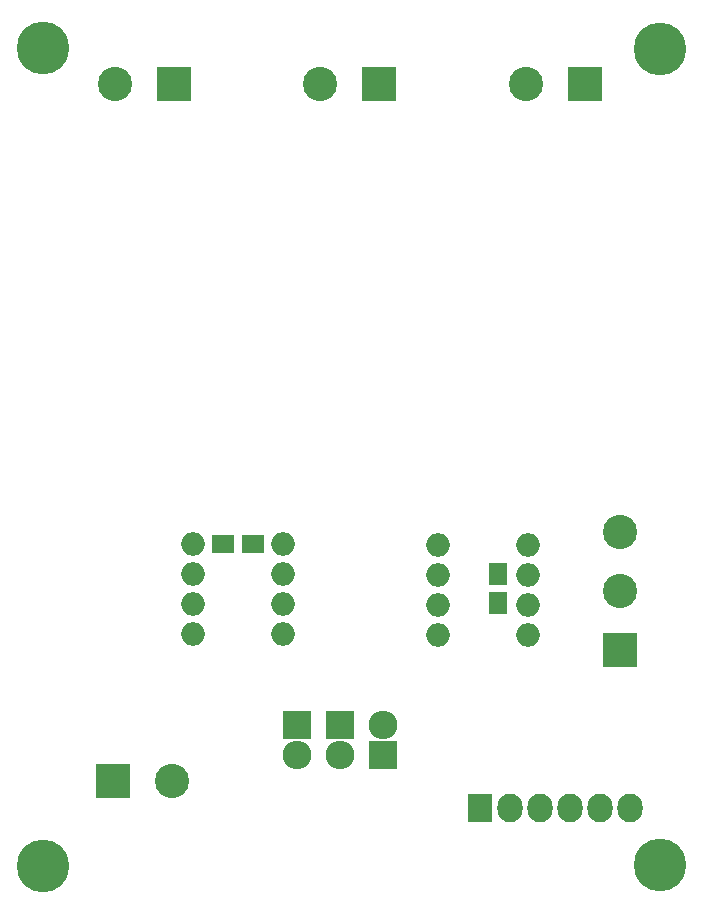
<source format=gbr>
G04 #@! TF.FileFunction,Soldermask,Bot*
%FSLAX46Y46*%
G04 Gerber Fmt 4.6, Leading zero omitted, Abs format (unit mm)*
G04 Created by KiCad (PCBNEW 4.0.6) date Wednesday, 20 September 2017 'PMt' 17:58:10*
%MOMM*%
%LPD*%
G01*
G04 APERTURE LIST*
%ADD10C,0.100000*%
%ADD11C,4.464000*%
%ADD12R,2.900000X2.900000*%
%ADD13C,2.900000*%
%ADD14R,2.127200X2.432000*%
%ADD15O,2.127200X2.432000*%
%ADD16O,2.000000X2.000000*%
%ADD17R,1.900000X1.650000*%
%ADD18R,1.650000X1.900000*%
%ADD19R,2.432000X2.432000*%
%ADD20O,2.432000X2.432000*%
G04 APERTURE END LIST*
D10*
D11*
X131191000Y-31242000D03*
X183388000Y-31305500D03*
X131191000Y-100457000D03*
D12*
X177038000Y-34290000D03*
D13*
X172038000Y-34290000D03*
D14*
X168211500Y-95567500D03*
D15*
X170751500Y-95567500D03*
X173291500Y-95567500D03*
X175831500Y-95567500D03*
X178371500Y-95567500D03*
X180911500Y-95567500D03*
D12*
X159639000Y-34290000D03*
D13*
X154639000Y-34290000D03*
D12*
X142240000Y-34290000D03*
D13*
X137240000Y-34290000D03*
D12*
X137096500Y-93281500D03*
D13*
X142096500Y-93281500D03*
D16*
X143891000Y-73215500D03*
X143891000Y-75755500D03*
X143891000Y-78295500D03*
X143891000Y-80835500D03*
X151511000Y-80835500D03*
X151511000Y-78295500D03*
X151511000Y-75755500D03*
X151511000Y-73215500D03*
X164592000Y-73279000D03*
X164592000Y-75819000D03*
X164592000Y-78359000D03*
X164592000Y-80899000D03*
X172212000Y-80899000D03*
X172212000Y-78359000D03*
X172212000Y-75819000D03*
X172212000Y-73279000D03*
D17*
X148951000Y-73215500D03*
X146451000Y-73215500D03*
D18*
X169672000Y-78212000D03*
X169672000Y-75712000D03*
D11*
X183388000Y-100393500D03*
D19*
X159956500Y-91059000D03*
D20*
X159956500Y-88519000D03*
D19*
X156337000Y-88519000D03*
D20*
X156337000Y-91059000D03*
D19*
X152717500Y-88519000D03*
D20*
X152717500Y-91059000D03*
D13*
X180022500Y-72169000D03*
D12*
X180022500Y-82169000D03*
D13*
X180022500Y-77169000D03*
M02*

</source>
